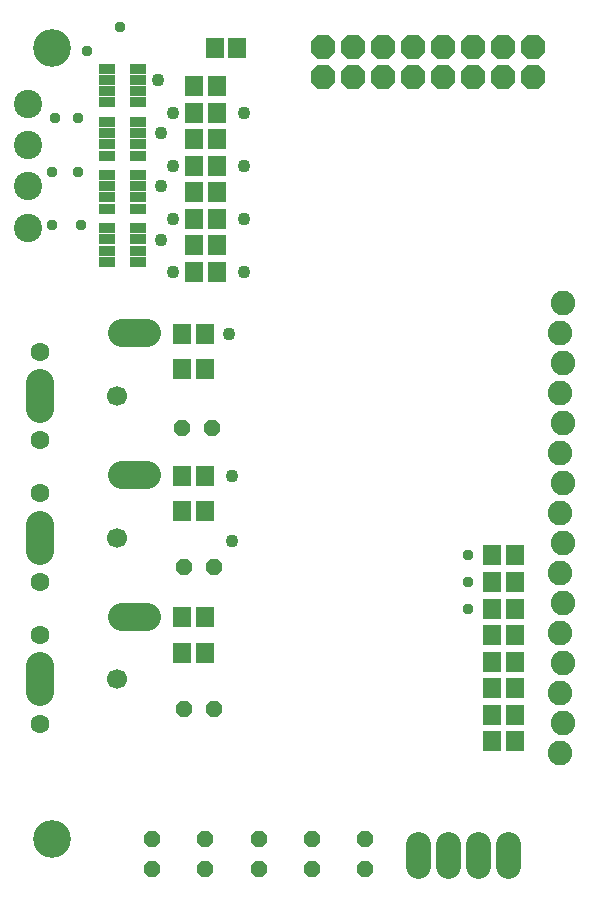
<source format=gts>
G75*
G70*
%OFA0B0*%
%FSLAX24Y24*%
%IPPOS*%
%LPD*%
%AMOC8*
5,1,8,0,0,1.08239X$1,22.5*
%
%ADD10C,0.1260*%
%ADD11OC8,0.0819*%
%ADD12C,0.0945*%
%ADD13C,0.0630*%
%ADD14C,0.0669*%
%ADD15C,0.0819*%
%ADD16C,0.0819*%
%ADD17R,0.0591X0.0709*%
%ADD18OC8,0.0556*%
%ADD19R,0.0559X0.0323*%
%ADD20C,0.0945*%
%ADD21R,0.0591X0.0669*%
%ADD22C,0.0433*%
%ADD23C,0.0374*%
D10*
X005612Y002621D03*
X005612Y028999D03*
D11*
X014668Y029014D03*
X014668Y028014D03*
X015668Y028014D03*
X015668Y029014D03*
X016668Y029014D03*
X016668Y028014D03*
X017668Y028014D03*
X017668Y029014D03*
X018668Y029014D03*
X018668Y028014D03*
X019668Y028014D03*
X019668Y029014D03*
X020668Y029014D03*
X020668Y028014D03*
X021668Y028014D03*
X021668Y029014D03*
D12*
X008801Y019471D02*
X007935Y019471D01*
X005219Y017817D02*
X005219Y016951D01*
X007935Y014747D02*
X008801Y014747D01*
X005219Y013093D02*
X005219Y012227D01*
X007935Y010022D02*
X008801Y010022D01*
X005219Y008369D02*
X005219Y007503D01*
D13*
X005219Y006459D03*
X005219Y009412D03*
X005219Y011184D03*
X005219Y014136D03*
X005219Y015908D03*
X005219Y018861D03*
D14*
X007778Y017384D03*
X007778Y012660D03*
X007778Y007936D03*
D15*
X017817Y002449D02*
X017817Y001709D01*
X018817Y001709D02*
X018817Y002449D01*
X019817Y002449D02*
X019817Y001709D01*
X020817Y001709D02*
X020817Y002449D01*
D16*
X022541Y005475D03*
X022641Y006475D03*
X022541Y007475D03*
X022641Y008475D03*
X022541Y009475D03*
X022641Y010475D03*
X022541Y011475D03*
X022641Y012475D03*
X022541Y013475D03*
X022641Y014475D03*
X022541Y015475D03*
X022641Y016475D03*
X022541Y017475D03*
X022641Y018475D03*
X022541Y019475D03*
X022641Y020475D03*
D17*
X021046Y012069D03*
X020297Y012069D03*
X020297Y011184D03*
X020297Y010298D03*
X021046Y010298D03*
X021046Y011184D03*
X021046Y009412D03*
X020297Y009412D03*
X020297Y008526D03*
X021046Y008526D03*
X021046Y007640D03*
X020297Y007640D03*
X020297Y006754D03*
X021046Y006754D03*
X021046Y005869D03*
X020297Y005869D03*
X010711Y008821D03*
X009963Y008821D03*
X009963Y010003D03*
X010711Y010003D03*
X010711Y013546D03*
X009963Y013546D03*
X009963Y014727D03*
X010711Y014727D03*
X010711Y018270D03*
X009963Y018270D03*
X009963Y019451D03*
X010711Y019451D03*
X010337Y021518D03*
X010337Y022404D03*
X010337Y023290D03*
X010337Y024176D03*
X010337Y025062D03*
X010337Y025947D03*
X010337Y026833D03*
X010337Y027719D03*
X011124Y027719D03*
X011124Y026833D03*
X011124Y025947D03*
X011124Y025062D03*
X011124Y024176D03*
X011124Y023290D03*
X011124Y022404D03*
X011124Y021518D03*
D18*
X010935Y016302D03*
X009935Y016302D03*
X010034Y011676D03*
X011034Y011676D03*
X011034Y006951D03*
X010034Y006951D03*
X010731Y002629D03*
X010731Y001629D03*
X012502Y001629D03*
X012502Y002629D03*
X014274Y002629D03*
X014274Y001629D03*
X016046Y001629D03*
X016046Y002629D03*
X008959Y002629D03*
X008959Y001629D03*
D19*
X008486Y021856D03*
X008486Y022230D03*
X008486Y022604D03*
X008486Y022978D03*
X008486Y023628D03*
X008486Y024002D03*
X008486Y024376D03*
X008486Y024750D03*
X008486Y025399D03*
X008486Y025773D03*
X008486Y026147D03*
X008486Y026521D03*
X008486Y027171D03*
X008486Y027545D03*
X008486Y027919D03*
X008486Y028293D03*
X007463Y028293D03*
X007463Y027919D03*
X007463Y027545D03*
X007463Y027171D03*
X007463Y026521D03*
X007463Y026147D03*
X007463Y025773D03*
X007463Y025399D03*
X007463Y024750D03*
X007463Y024376D03*
X007463Y024002D03*
X007463Y023628D03*
X007463Y022978D03*
X007463Y022604D03*
X007463Y022230D03*
X007463Y021856D03*
D20*
X004825Y022995D03*
X004825Y024373D03*
X004825Y025751D03*
X004825Y027129D03*
D21*
X011046Y028999D03*
X011794Y028999D03*
D22*
X012010Y026833D03*
X012010Y025062D03*
X012010Y023290D03*
X012010Y021518D03*
X011518Y019451D03*
X009648Y021518D03*
X009254Y022601D03*
X009648Y023290D03*
X009254Y024373D03*
X009648Y025062D03*
X009254Y026144D03*
X009648Y026833D03*
X009156Y027916D03*
X011616Y014727D03*
X011616Y012562D03*
D23*
X019490Y012069D03*
X019490Y011184D03*
X019490Y010298D03*
X006597Y023093D03*
X005612Y023093D03*
X005612Y024865D03*
X006498Y024865D03*
X006498Y026636D03*
X005711Y026636D03*
X006794Y028900D03*
X007876Y029688D03*
M02*

</source>
